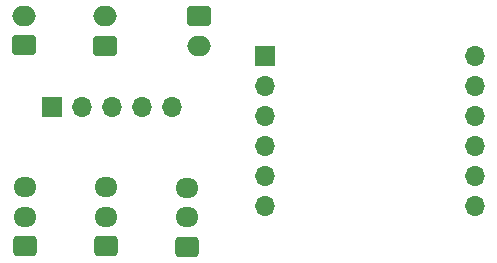
<source format=gbs>
G04 #@! TF.GenerationSoftware,KiCad,Pcbnew,7.0.8*
G04 #@! TF.CreationDate,2024-04-19T19:29:06-04:00*
G04 #@! TF.ProjectId,2 Axis Gimbal,32204178-6973-4204-9769-6d62616c2e6b,rev?*
G04 #@! TF.SameCoordinates,Original*
G04 #@! TF.FileFunction,Soldermask,Bot*
G04 #@! TF.FilePolarity,Negative*
%FSLAX46Y46*%
G04 Gerber Fmt 4.6, Leading zero omitted, Abs format (unit mm)*
G04 Created by KiCad (PCBNEW 7.0.8) date 2024-04-19 19:29:06*
%MOMM*%
%LPD*%
G01*
G04 APERTURE LIST*
G04 Aperture macros list*
%AMRoundRect*
0 Rectangle with rounded corners*
0 $1 Rounding radius*
0 $2 $3 $4 $5 $6 $7 $8 $9 X,Y pos of 4 corners*
0 Add a 4 corners polygon primitive as box body*
4,1,4,$2,$3,$4,$5,$6,$7,$8,$9,$2,$3,0*
0 Add four circle primitives for the rounded corners*
1,1,$1+$1,$2,$3*
1,1,$1+$1,$4,$5*
1,1,$1+$1,$6,$7*
1,1,$1+$1,$8,$9*
0 Add four rect primitives between the rounded corners*
20,1,$1+$1,$2,$3,$4,$5,0*
20,1,$1+$1,$4,$5,$6,$7,0*
20,1,$1+$1,$6,$7,$8,$9,0*
20,1,$1+$1,$8,$9,$2,$3,0*%
G04 Aperture macros list end*
%ADD10RoundRect,0.250000X-0.750000X0.600000X-0.750000X-0.600000X0.750000X-0.600000X0.750000X0.600000X0*%
%ADD11O,2.000000X1.700000*%
%ADD12RoundRect,0.250000X0.750000X-0.600000X0.750000X0.600000X-0.750000X0.600000X-0.750000X-0.600000X0*%
%ADD13RoundRect,0.250000X0.725000X-0.600000X0.725000X0.600000X-0.725000X0.600000X-0.725000X-0.600000X0*%
%ADD14O,1.950000X1.700000*%
%ADD15R,1.700000X1.700000*%
%ADD16O,1.700000X1.700000*%
G04 APERTURE END LIST*
D10*
X92981149Y-71528028D03*
D11*
X92981149Y-74028028D03*
D12*
X85008915Y-74022112D03*
D11*
X85008915Y-71522112D03*
D13*
X85050557Y-91028664D03*
D14*
X85050557Y-88528664D03*
X85050557Y-86028664D03*
D13*
X91927877Y-91046155D03*
D14*
X91927877Y-88546155D03*
X91927877Y-86046155D03*
D13*
X78192557Y-91028664D03*
D14*
X78192557Y-88528664D03*
X78192557Y-86028664D03*
D15*
X80518000Y-79248000D03*
D16*
X83058000Y-79248000D03*
X85598000Y-79248000D03*
X88138000Y-79248000D03*
X90678000Y-79248000D03*
D15*
X98552000Y-74930000D03*
D16*
X98552000Y-77470000D03*
X98552000Y-80010000D03*
X98552000Y-82550000D03*
X98552000Y-85090000D03*
X98552000Y-87630000D03*
X116332000Y-87630000D03*
X116332000Y-85090000D03*
X116332000Y-82550000D03*
X116332000Y-80010000D03*
X116332000Y-77470000D03*
X116332000Y-74930000D03*
D12*
X78106887Y-74010092D03*
D11*
X78106887Y-71510092D03*
M02*

</source>
